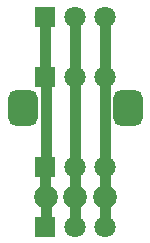
<source format=gtl>
G04 Layer_Physical_Order=1*
G04 Layer_Color=255*
%FSTAX24Y24*%
%MOIN*%
G70*
G01*
G75*
%ADD10C,0.0350*%
%ADD11C,0.0709*%
%ADD12R,0.0709X0.0709*%
%ADD13C,0.0787*%
G04:AMPARAMS|DCode=14|XSize=98.4mil|YSize=118.1mil|CornerRadius=24.6mil|HoleSize=0mil|Usage=FLASHONLY|Rotation=0.000|XOffset=0mil|YOffset=0mil|HoleType=Round|Shape=RoundedRectangle|*
%AMROUNDEDRECTD14*
21,1,0.0984,0.0689,0,0,0.0*
21,1,0.0492,0.1181,0,0,0.0*
1,1,0.0492,0.0246,-0.0344*
1,1,0.0492,-0.0246,-0.0344*
1,1,0.0492,-0.0246,0.0344*
1,1,0.0492,0.0246,0.0344*
%
%ADD14ROUNDEDRECTD14*%
D10*
X026985Y021D02*
Y023985D01*
X027Y019984D02*
Y021D01*
X025015D02*
Y023985D01*
X025Y019984D02*
Y021D01*
Y024D02*
Y026D01*
Y024D02*
X025015Y023985D01*
X025Y021D02*
X025015D01*
X025Y019984D02*
X025016Y02D01*
Y019016D02*
Y02D01*
X025Y019D02*
X025016Y019016D01*
X026984D02*
X027Y019D01*
X026984Y019016D02*
Y02D01*
X027Y019984D01*
X026985Y021D02*
X027D01*
X026985Y023985D02*
X027Y024D01*
Y026D01*
X026Y019D02*
Y02D01*
Y021D01*
Y024D01*
Y026D01*
D11*
X027Y024D02*
D03*
X026D02*
D03*
X027Y026D02*
D03*
X026D02*
D03*
X027Y019D02*
D03*
X026D02*
D03*
X027Y021D02*
D03*
X026D02*
D03*
D12*
X025Y024D02*
D03*
Y026D02*
D03*
Y019D02*
D03*
Y021D02*
D03*
D13*
X025016Y02D02*
D03*
X026D02*
D03*
X026984D02*
D03*
D14*
X024248Y022953D02*
D03*
X027752D02*
D03*
M02*

</source>
